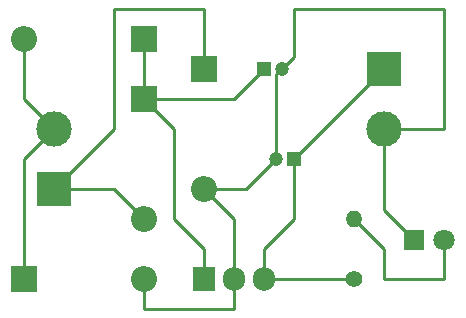
<source format=gbr>
%TF.GenerationSoftware,KiCad,Pcbnew,(6.0.9)*%
%TF.CreationDate,2023-01-25T05:46:05+05:30*%
%TF.ProjectId,PowerSupply,506f7765-7253-4757-9070-6c792e6b6963,rev?*%
%TF.SameCoordinates,Original*%
%TF.FileFunction,Copper,L1,Top*%
%TF.FilePolarity,Positive*%
%FSLAX46Y46*%
G04 Gerber Fmt 4.6, Leading zero omitted, Abs format (unit mm)*
G04 Created by KiCad (PCBNEW (6.0.9)) date 2023-01-25 05:46:05*
%MOMM*%
%LPD*%
G01*
G04 APERTURE LIST*
%TA.AperFunction,ComponentPad*%
%ADD10R,1.200000X1.200000*%
%TD*%
%TA.AperFunction,ComponentPad*%
%ADD11C,1.200000*%
%TD*%
%TA.AperFunction,ComponentPad*%
%ADD12R,1.905000X2.000000*%
%TD*%
%TA.AperFunction,ComponentPad*%
%ADD13O,1.905000X2.000000*%
%TD*%
%TA.AperFunction,ComponentPad*%
%ADD14C,1.400000*%
%TD*%
%TA.AperFunction,ComponentPad*%
%ADD15O,1.400000X1.400000*%
%TD*%
%TA.AperFunction,ComponentPad*%
%ADD16R,3.000000X3.000000*%
%TD*%
%TA.AperFunction,ComponentPad*%
%ADD17C,3.000000*%
%TD*%
%TA.AperFunction,ComponentPad*%
%ADD18R,2.200000X2.200000*%
%TD*%
%TA.AperFunction,ComponentPad*%
%ADD19O,2.200000X2.200000*%
%TD*%
%TA.AperFunction,ComponentPad*%
%ADD20R,1.800000X1.800000*%
%TD*%
%TA.AperFunction,ComponentPad*%
%ADD21C,1.800000*%
%TD*%
%TA.AperFunction,Conductor*%
%ADD22C,0.250000*%
%TD*%
G04 APERTURE END LIST*
D10*
%TO.P,C1,1*%
%TO.N,Net-(C1-Pad1)*%
X129540000Y-86360000D03*
D11*
%TO.P,C1,2*%
%TO.N,Net-(C1-Pad2)*%
X131040000Y-86360000D03*
%TD*%
D12*
%TO.P,U1,1,VI*%
%TO.N,Net-(C1-Pad1)*%
X124460000Y-104140000D03*
D13*
%TO.P,U1,2,GND*%
%TO.N,Net-(C1-Pad2)*%
X127000000Y-104140000D03*
%TO.P,U1,3,VO*%
%TO.N,Net-(C2-Pad1)*%
X129540000Y-104140000D03*
%TD*%
D14*
%TO.P,R1,1*%
%TO.N,Net-(C2-Pad1)*%
X137160000Y-104140000D03*
D15*
%TO.P,R1,2*%
%TO.N,Net-(D5-Pad2)*%
X137160000Y-99060000D03*
%TD*%
D16*
%TO.P,J2,1,Pin_1*%
%TO.N,Net-(C2-Pad1)*%
X139700000Y-86360000D03*
D17*
%TO.P,J2,2,Pin_2*%
%TO.N,Net-(C1-Pad2)*%
X139700000Y-91440000D03*
%TD*%
D18*
%TO.P,D4,1,K*%
%TO.N,Net-(C1-Pad1)*%
X119380000Y-88900000D03*
D19*
%TO.P,D4,2,A*%
%TO.N,Net-(D2-Pad1)*%
X119380000Y-99060000D03*
%TD*%
D18*
%TO.P,D1,1,K*%
%TO.N,Net-(D1-Pad1)*%
X109220000Y-104140000D03*
D19*
%TO.P,D1,2,A*%
%TO.N,Net-(C1-Pad2)*%
X119380000Y-104140000D03*
%TD*%
D20*
%TO.P,D5,1,K*%
%TO.N,Net-(C1-Pad2)*%
X142240000Y-100830000D03*
D21*
%TO.P,D5,2,A*%
%TO.N,Net-(D5-Pad2)*%
X144780000Y-100830000D03*
%TD*%
D10*
%TO.P,C2,1*%
%TO.N,Net-(C2-Pad1)*%
X132080000Y-93980000D03*
D11*
%TO.P,C2,2*%
%TO.N,Net-(C1-Pad2)*%
X130580000Y-93980000D03*
%TD*%
D16*
%TO.P,J1,1,Pin_1*%
%TO.N,Net-(D2-Pad1)*%
X111760000Y-96520000D03*
D17*
%TO.P,J1,2,Pin_2*%
%TO.N,Net-(D1-Pad1)*%
X111760000Y-91440000D03*
%TD*%
D18*
%TO.P,D3,1,K*%
%TO.N,Net-(C1-Pad1)*%
X119380000Y-83820000D03*
D19*
%TO.P,D3,2,A*%
%TO.N,Net-(D1-Pad1)*%
X109220000Y-83820000D03*
%TD*%
D18*
%TO.P,D2,1,K*%
%TO.N,Net-(D2-Pad1)*%
X124460000Y-86360000D03*
D19*
%TO.P,D2,2,A*%
%TO.N,Net-(C1-Pad2)*%
X124460000Y-96520000D03*
%TD*%
D22*
%TO.N,Net-(C1-Pad1)*%
X119380000Y-83820000D02*
X119380000Y-88900000D01*
X119380000Y-88900000D02*
X127000000Y-88900000D01*
X119380000Y-88900000D02*
X121920000Y-91440000D01*
X121920000Y-99060000D02*
X124460000Y-101600000D01*
X124460000Y-101600000D02*
X124460000Y-104140000D01*
X121920000Y-91440000D02*
X121920000Y-99060000D01*
X127000000Y-88900000D02*
X129540000Y-86360000D01*
%TO.N,Net-(C1-Pad2)*%
X127000000Y-99060000D02*
X127000000Y-104140000D01*
X127000000Y-106680000D02*
X127000000Y-104140000D01*
X139700000Y-98290000D02*
X142240000Y-100830000D01*
X128040000Y-96520000D02*
X130580000Y-93980000D01*
X144780000Y-81280000D02*
X144780000Y-91440000D01*
X131040000Y-86360000D02*
X132080000Y-85320000D01*
X119380000Y-104140000D02*
X119380000Y-106680000D01*
X139700000Y-91440000D02*
X139700000Y-98290000D01*
X124460000Y-96520000D02*
X127000000Y-99060000D01*
X132080000Y-85320000D02*
X132080000Y-81280000D01*
X119380000Y-106680000D02*
X127000000Y-106680000D01*
X124460000Y-96520000D02*
X128040000Y-96520000D01*
X130580000Y-93980000D02*
X130580000Y-86820000D01*
X130580000Y-86820000D02*
X131040000Y-86360000D01*
X132080000Y-81280000D02*
X144780000Y-81280000D01*
X144780000Y-91440000D02*
X139700000Y-91440000D01*
%TO.N,Net-(C2-Pad1)*%
X139700000Y-86360000D02*
X132080000Y-93980000D01*
X137160000Y-104140000D02*
X129540000Y-104140000D01*
X132080000Y-99060000D02*
X132080000Y-93980000D01*
X129540000Y-104140000D02*
X129540000Y-101600000D01*
X129540000Y-101600000D02*
X132080000Y-99060000D01*
%TO.N,Net-(D1-Pad1)*%
X111760000Y-91440000D02*
X109220000Y-93980000D01*
X109220000Y-88900000D02*
X111760000Y-91440000D01*
X109220000Y-93980000D02*
X109220000Y-104140000D01*
X109220000Y-83820000D02*
X109220000Y-88900000D01*
%TO.N,Net-(D2-Pad1)*%
X116840000Y-81280000D02*
X124460000Y-81280000D01*
X116840000Y-91440000D02*
X116840000Y-81280000D01*
X111760000Y-96520000D02*
X116840000Y-91440000D01*
X124460000Y-81280000D02*
X124460000Y-86360000D01*
X111760000Y-96520000D02*
X116840000Y-96520000D01*
X116840000Y-96520000D02*
X119380000Y-99060000D01*
%TO.N,Net-(D5-Pad2)*%
X137160000Y-99060000D02*
X139700000Y-101600000D01*
X144780000Y-104140000D02*
X144780000Y-100830000D01*
X139700000Y-101600000D02*
X139700000Y-104140000D01*
X139700000Y-104140000D02*
X144780000Y-104140000D01*
%TD*%
M02*

</source>
